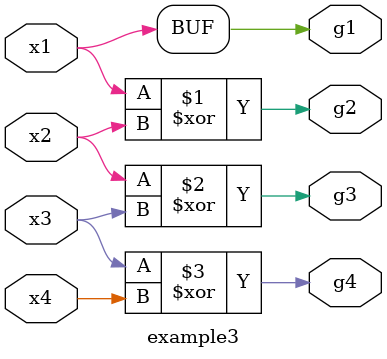
<source format=v>
`timescale 1ns / 1ps


module example3(
    x1, x2, x3, x4, g1, g2, g3, g4
    );
    input x1, x2, x3, x4;
    output g1, g2, g3, g4;
    
    assign g1 = x1;
    assign g2 = x1 ^ x2;
    assign g3 = x2 ^ x3;
    assign g4 = x3 ^ x4;
endmodule

</source>
